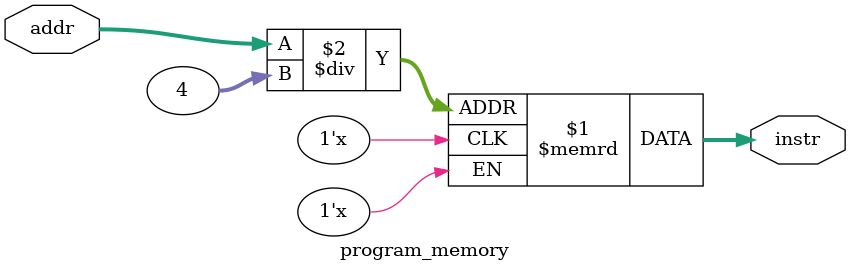
<source format=sv>
module program_memory(
    input [31:0] addr,
    output [31:0] instr
);

parameter MEMSIZE = 64;

logic [31:0] memory [MEMSIZE-1:0];

assign instr = memory[addr / 4];

endmodule
</source>
